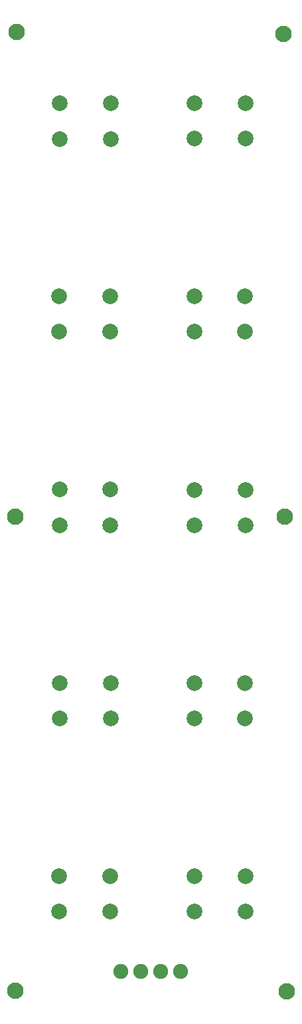
<source format=gbs>
%TF.GenerationSoftware,KiCad,Pcbnew,9.0.4-9.0.4-0~ubuntu24.04.1*%
%TF.CreationDate,2025-09-24T17:39:37+03:00*%
%TF.ProjectId,Patient remote control,50617469-656e-4742-9072-656d6f746520,rev?*%
%TF.SameCoordinates,Original*%
%TF.FileFunction,Soldermask,Bot*%
%TF.FilePolarity,Negative*%
%FSLAX46Y46*%
G04 Gerber Fmt 4.6, Leading zero omitted, Abs format (unit mm)*
G04 Created by KiCad (PCBNEW 9.0.4-9.0.4-0~ubuntu24.04.1) date 2025-09-24 17:39:37*
%MOMM*%
%LPD*%
G01*
G04 APERTURE LIST*
%ADD10C,2.000000*%
%ADD11C,2.100000*%
%ADD12C,1.905800*%
G04 APERTURE END LIST*
D10*
%TO.C,SW4*%
X123839000Y-71161000D03*
X130339000Y-71161000D03*
X123839000Y-75661000D03*
X130339000Y-75661000D03*
%TD*%
%TO.C,SW2*%
X123863000Y-46588000D03*
X130363000Y-46588000D03*
X123863000Y-51088000D03*
X130363000Y-51088000D03*
%TD*%
%TO.C,SW1*%
X106692000Y-46637000D03*
X113192000Y-46637000D03*
X106692000Y-51137000D03*
X113192000Y-51137000D03*
%TD*%
D11*
%TO.C,REF5*%
X101036000Y-159457000D03*
%TD*%
%TO.C,REF3*%
X101036000Y-99184000D03*
%TD*%
D10*
%TO.C,SW8*%
X123848000Y-120343000D03*
X130348000Y-120343000D03*
X123848000Y-124843000D03*
X130348000Y-124843000D03*
%TD*%
D11*
%TO.C,REF1*%
X101196000Y-37572000D03*
%TD*%
%TO.C,REF4*%
X135374000Y-99164000D03*
%TD*%
D10*
%TO.C,SW3*%
X106630000Y-71158000D03*
X113130000Y-71158000D03*
X106630000Y-75658000D03*
X113130000Y-75658000D03*
%TD*%
%TO.C,SW6*%
X123867000Y-95768000D03*
X130367000Y-95768000D03*
X123867000Y-100268000D03*
X130367000Y-100268000D03*
%TD*%
%TO.C,SW7*%
X106679000Y-120341000D03*
X113179000Y-120341000D03*
X106679000Y-124841000D03*
X113179000Y-124841000D03*
%TD*%
D11*
%TO.C,REF2*%
X135253000Y-37814000D03*
%TD*%
D12*
%TO.C,J1*%
X114500000Y-157000000D03*
X117040000Y-157000000D03*
X119580000Y-157000000D03*
X122120000Y-157000000D03*
%TD*%
D10*
%TO.C,SW9*%
X106620000Y-144923000D03*
X113120000Y-144923000D03*
X106620000Y-149423000D03*
X113120000Y-149423000D03*
%TD*%
%TO.C,SW5*%
X106649000Y-95744000D03*
X113149000Y-95744000D03*
X106649000Y-100244000D03*
X113149000Y-100244000D03*
%TD*%
%TO.C,SW10*%
X123904000Y-144923000D03*
X130404000Y-144923000D03*
X123904000Y-149423000D03*
X130404000Y-149423000D03*
%TD*%
D11*
%TO.C,REF6*%
X135673000Y-159541000D03*
%TD*%
M02*

</source>
